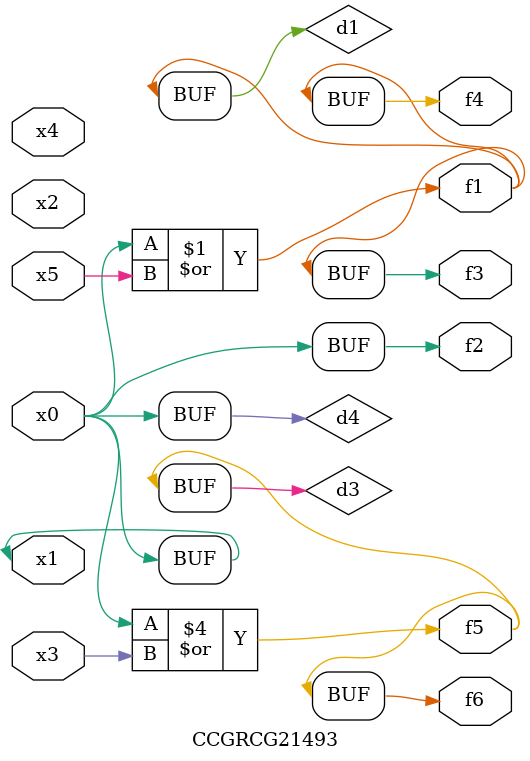
<source format=v>
module CCGRCG21493(
	input x0, x1, x2, x3, x4, x5,
	output f1, f2, f3, f4, f5, f6
);

	wire d1, d2, d3, d4;

	or (d1, x0, x5);
	xnor (d2, x1, x4);
	or (d3, x0, x3);
	buf (d4, x0, x1);
	assign f1 = d1;
	assign f2 = d4;
	assign f3 = d1;
	assign f4 = d1;
	assign f5 = d3;
	assign f6 = d3;
endmodule

</source>
